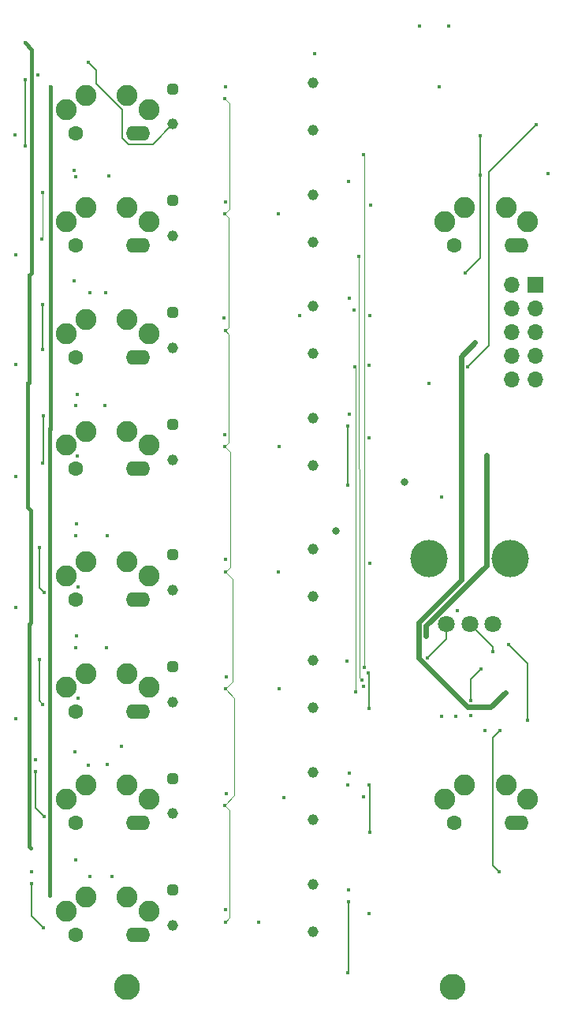
<source format=gbr>
%TF.GenerationSoftware,KiCad,Pcbnew,(6.0.1)*%
%TF.CreationDate,2023-02-18T17:41:42-08:00*%
%TF.ProjectId,pipes,70697065-732e-46b6-9963-61645f706362,rev?*%
%TF.SameCoordinates,Original*%
%TF.FileFunction,Copper,L3,Inr*%
%TF.FilePolarity,Positive*%
%FSLAX46Y46*%
G04 Gerber Fmt 4.6, Leading zero omitted, Abs format (unit mm)*
G04 Created by KiCad (PCBNEW (6.0.1)) date 2023-02-18 17:41:42*
%MOMM*%
%LPD*%
G01*
G04 APERTURE LIST*
G04 Aperture macros list*
%AMRoundRect*
0 Rectangle with rounded corners*
0 $1 Rounding radius*
0 $2 $3 $4 $5 $6 $7 $8 $9 X,Y pos of 4 corners*
0 Add a 4 corners polygon primitive as box body*
4,1,4,$2,$3,$4,$5,$6,$7,$8,$9,$2,$3,0*
0 Add four circle primitives for the rounded corners*
1,1,$1+$1,$2,$3*
1,1,$1+$1,$4,$5*
1,1,$1+$1,$6,$7*
1,1,$1+$1,$8,$9*
0 Add four rect primitives between the rounded corners*
20,1,$1+$1,$2,$3,$4,$5,0*
20,1,$1+$1,$4,$5,$6,$7,0*
20,1,$1+$1,$6,$7,$8,$9,0*
20,1,$1+$1,$8,$9,$2,$3,0*%
G04 Aperture macros list end*
%TA.AperFunction,ComponentPad*%
%ADD10RoundRect,0.287500X-0.287500X-0.287500X0.287500X-0.287500X0.287500X0.287500X-0.287500X0.287500X0*%
%TD*%
%TA.AperFunction,ComponentPad*%
%ADD11C,1.150000*%
%TD*%
%TA.AperFunction,WasherPad*%
%ADD12C,4.000000*%
%TD*%
%TA.AperFunction,ComponentPad*%
%ADD13C,1.800000*%
%TD*%
%TA.AperFunction,ComponentPad*%
%ADD14C,2.250000*%
%TD*%
%TA.AperFunction,ComponentPad*%
%ADD15O,2.600000X1.600000*%
%TD*%
%TA.AperFunction,ComponentPad*%
%ADD16C,1.600000*%
%TD*%
%TA.AperFunction,ComponentPad*%
%ADD17C,2.800000*%
%TD*%
%TA.AperFunction,ComponentPad*%
%ADD18R,1.700000X1.700000*%
%TD*%
%TA.AperFunction,ComponentPad*%
%ADD19O,1.700000X1.700000*%
%TD*%
%TA.AperFunction,ViaPad*%
%ADD20C,0.400000*%
%TD*%
%TA.AperFunction,ViaPad*%
%ADD21C,0.450000*%
%TD*%
%TA.AperFunction,ViaPad*%
%ADD22C,0.800000*%
%TD*%
%TA.AperFunction,Conductor*%
%ADD23C,0.200000*%
%TD*%
%TA.AperFunction,Conductor*%
%ADD24C,0.400000*%
%TD*%
%TA.AperFunction,Conductor*%
%ADD25C,0.120000*%
%TD*%
%TA.AperFunction,Conductor*%
%ADD26C,0.600000*%
%TD*%
G04 APERTURE END LIST*
D10*
%TO.N,Net-(U26-Pad1)*%
%TO.C,U26*%
X58170000Y-124600000D03*
D11*
%TO.N,Net-(R54-Pad1)*%
X58170000Y-128400000D03*
%TO.N,Net-(R59-Pad2)*%
X73170000Y-123960000D03*
%TO.N,Net-(R53-Pad2)*%
X73170000Y-129040000D03*
%TD*%
D10*
%TO.N,Net-(U27-Pad1)*%
%TO.C,U27*%
X58170000Y-86600000D03*
D11*
%TO.N,Net-(R56-Pad1)*%
X58170000Y-90400000D03*
%TO.N,Net-(R60-Pad2)*%
X73170000Y-85960000D03*
%TO.N,Net-(R55-Pad2)*%
X73170000Y-91040000D03*
%TD*%
D10*
%TO.N,Net-(U21-Pad1)*%
%TO.C,U21*%
X58170000Y-74600000D03*
D11*
%TO.N,Net-(R47-Pad1)*%
X58170000Y-78400000D03*
%TO.N,Net-(R51-Pad2)*%
X73170000Y-73960000D03*
%TO.N,Net-(R46-Pad2)*%
X73170000Y-79040000D03*
%TD*%
D10*
%TO.N,Net-(U22-Pad1)*%
%TO.C,U22*%
X58170000Y-50600000D03*
D11*
%TO.N,Net-(R49-Pad1)*%
X58170000Y-54400000D03*
%TO.N,Net-(R52-Pad2)*%
X73170000Y-49960000D03*
%TO.N,Net-(R48-Pad2)*%
X73170000Y-55040000D03*
%TD*%
D12*
%TO.N,*%
%TO.C,RV1*%
X94420000Y-101030000D03*
X85620000Y-101030000D03*
D13*
%TO.N,unconnected-(RV1-Pad1)*%
X92520000Y-108030000D03*
%TO.N,Net-(R68-Pad2)*%
X90020000Y-108030000D03*
%TO.N,Net-(R10-Pad1)*%
X87520000Y-108030000D03*
%TD*%
D10*
%TO.N,Net-(U20-Pad1)*%
%TO.C,U20*%
X58170000Y-112600000D03*
D11*
%TO.N,Net-(R45-Pad1)*%
X58170000Y-116400000D03*
%TO.N,Net-(R50-Pad2)*%
X73170000Y-111960000D03*
%TO.N,Net-(R44-Pad2)*%
X73170000Y-117040000D03*
%TD*%
D14*
%TO.N,GND*%
%TO.C,J9*%
X46670000Y-88850000D03*
%TO.N,Net-(J9-Pad2)*%
X55570000Y-88850000D03*
%TO.N,GND*%
X48820000Y-87350000D03*
X53270000Y-87350000D03*
D15*
%TO.N,N/C*%
X54410000Y-91400000D03*
D16*
X47730000Y-91400000D03*
%TD*%
D10*
%TO.N,Net-(U28-Pad1)*%
%TO.C,U28*%
X58170000Y-62600000D03*
D11*
%TO.N,Net-(R58-Pad1)*%
X58170000Y-66400000D03*
%TO.N,Net-(R61-Pad2)*%
X73170000Y-61960000D03*
%TO.N,Net-(R57-Pad2)*%
X73170000Y-67040000D03*
%TD*%
D10*
%TO.N,Net-(U33-Pad1)*%
%TO.C,U33*%
X58170000Y-100600000D03*
D11*
%TO.N,Net-(R65-Pad1)*%
X58170000Y-104400000D03*
%TO.N,Net-(R67-Pad2)*%
X73170000Y-99960000D03*
%TO.N,Net-(R64-Pad2)*%
X73170000Y-105040000D03*
%TD*%
D10*
%TO.N,Net-(U32-Pad1)*%
%TO.C,U32*%
X58170000Y-136600000D03*
D11*
%TO.N,Net-(R63-Pad1)*%
X58170000Y-140400000D03*
%TO.N,Net-(R66-Pad2)*%
X73170000Y-135960000D03*
%TO.N,Net-(R62-Pad2)*%
X73170000Y-141040000D03*
%TD*%
D14*
%TO.N,GND*%
%TO.C,J7*%
X46670000Y-52850000D03*
%TO.N,Net-(J7-Pad2)*%
X55570000Y-52850000D03*
%TO.N,GND*%
X48820000Y-51350000D03*
X53270000Y-51350000D03*
D15*
%TO.N,N/C*%
X54410000Y-55400000D03*
D16*
X47730000Y-55400000D03*
%TD*%
D14*
%TO.N,GND*%
%TO.C,J12*%
X46670000Y-102850000D03*
%TO.N,Net-(J12-Pad2)*%
X55570000Y-102850000D03*
%TO.N,GND*%
X48820000Y-101350000D03*
X53270000Y-101350000D03*
D15*
%TO.N,N/C*%
X54410000Y-105400000D03*
D16*
X47730000Y-105400000D03*
%TD*%
D14*
%TO.N,GND*%
%TO.C,J5*%
X46670000Y-114850000D03*
%TO.N,Net-(J5-Pad2)*%
X55570000Y-114850000D03*
%TO.N,GND*%
X48820000Y-113350000D03*
X53270000Y-113350000D03*
D15*
%TO.N,N/C*%
X54410000Y-117400000D03*
D16*
X47730000Y-117400000D03*
%TD*%
D14*
%TO.N,GND*%
%TO.C,J10*%
X46670000Y-64850000D03*
%TO.N,Net-(J10-Pad2)*%
X55570000Y-64850000D03*
%TO.N,GND*%
X48820000Y-63350000D03*
X53270000Y-63350000D03*
D15*
%TO.N,N/C*%
X54410000Y-67400000D03*
D16*
X47730000Y-67400000D03*
%TD*%
D14*
%TO.N,GND*%
%TO.C,J4*%
X87320000Y-126850000D03*
%TO.N,Net-(J4-Pad2)*%
X96220000Y-126850000D03*
%TO.N,GND*%
X89470000Y-125350000D03*
%TO.N,unconnected-(J4-Pad4)*%
X93920000Y-125350000D03*
D15*
%TO.N,N/C*%
X95060000Y-129400000D03*
D16*
X88380000Y-129400000D03*
%TD*%
D14*
%TO.N,GND*%
%TO.C,J11*%
X46670000Y-138850000D03*
%TO.N,Net-(J11-Pad2)*%
X55570000Y-138850000D03*
%TO.N,GND*%
X48820000Y-137350000D03*
X53270000Y-137350000D03*
D15*
%TO.N,N/C*%
X54410000Y-141400000D03*
D16*
X47730000Y-141400000D03*
%TD*%
D14*
%TO.N,GND*%
%TO.C,J1*%
X87320000Y-64850000D03*
%TO.N,Net-(J1-Pad2)*%
X96220000Y-64850000D03*
%TO.N,GND*%
X89470000Y-63350000D03*
X93920000Y-63350000D03*
D15*
%TO.N,N/C*%
X95060000Y-67400000D03*
D16*
X88380000Y-67400000D03*
%TD*%
D14*
%TO.N,GND*%
%TO.C,J8*%
X46670000Y-126850000D03*
%TO.N,Net-(J8-Pad2)*%
X55570000Y-126850000D03*
%TO.N,GND*%
X48820000Y-125350000D03*
X53270000Y-125350000D03*
D15*
%TO.N,N/C*%
X54410000Y-129400000D03*
D16*
X47730000Y-129400000D03*
%TD*%
D14*
%TO.N,GND*%
%TO.C,J6*%
X46670000Y-76850000D03*
%TO.N,Net-(J6-Pad2)*%
X55570000Y-76850000D03*
%TO.N,GND*%
X48820000Y-75350000D03*
X53270000Y-75350000D03*
D15*
%TO.N,N/C*%
X54410000Y-79400000D03*
D16*
X47730000Y-79400000D03*
%TD*%
D17*
%TO.N,GND*%
%TO.C,TP1*%
X88170000Y-146950000D03*
%TD*%
%TO.N,GND*%
%TO.C,TP2*%
X53230000Y-146950000D03*
%TD*%
D18*
%TO.N,Net-(D3-Pad1)*%
%TO.C,J2*%
X97085000Y-71635000D03*
D19*
X94545000Y-71635000D03*
%TO.N,GND*%
X97085000Y-74175000D03*
X94545000Y-74175000D03*
X97085000Y-76715000D03*
X94545000Y-76715000D03*
X97085000Y-79255000D03*
X94545000Y-79255000D03*
%TO.N,Net-(D4-Pad2)*%
X97085000Y-81795000D03*
X94545000Y-81795000D03*
%TD*%
D20*
%TO.N,+12V*%
X85660000Y-82240000D03*
%TO.N,Net-(U16-Pad3)*%
X79225000Y-139075000D03*
%TO.N,{slash}8*%
X76975000Y-145425000D03*
X76995000Y-137805000D03*
%TO.N,Net-(U16-Pad3)*%
X67405000Y-140005000D03*
%TO.N,Net-(U12-Pad3)*%
X70046891Y-126646891D03*
X78600000Y-126575000D03*
%TO.N,{slash}7*%
X79195000Y-125305000D03*
X76895000Y-125305000D03*
X79300000Y-130400000D03*
%TO.N,Net-(U4-Pad3)*%
X78600000Y-114700000D03*
X69575000Y-115025000D03*
%TO.N,{slash}6*%
X79175000Y-113325000D03*
X79235000Y-117135000D03*
%TO.N,Net-(U17-Pad3)*%
X69475000Y-102425000D03*
X79305000Y-101495000D03*
%TO.N,Net-(U10-Pad3)*%
X69575000Y-89025000D03*
X79205000Y-88095000D03*
%TO.N,{slash}4*%
X76975000Y-93175000D03*
X76975000Y-86825000D03*
%TO.N,Net-(U5-Pad3)*%
X71775480Y-74924520D03*
X79275480Y-74924520D03*
%TO.N,{slash}3*%
X79200000Y-80300000D03*
X77575000Y-74325000D03*
%TO.N,Net-(J9-Pad2)*%
X50900000Y-84590000D03*
%TO.N,Net-(R56-Pad1)*%
X47720000Y-84590000D03*
%TO.N,Net-(U27-Pad1)*%
X47860000Y-83440000D03*
%TO.N,-12V*%
X47860000Y-89990000D03*
X44950000Y-90530000D03*
%TO.N,Net-(J12-Pad2)*%
X51080000Y-98580000D03*
%TO.N,Net-(R65-Pad1)*%
X47705000Y-98585000D03*
%TO.N,Net-(U33-Pad1)*%
X47825000Y-97315000D03*
%TO.N,-12V*%
X47950000Y-104030000D03*
X44940000Y-104470000D03*
%TO.N,Net-(R50-Pad2)*%
X44140000Y-116640000D03*
%TO.N,Net-(R45-Pad1)*%
X47730000Y-110600000D03*
%TO.N,Net-(J5-Pad2)*%
X51050000Y-110600000D03*
%TO.N,Net-(U20-Pad1)*%
X47785000Y-109315000D03*
%TO.N,-12V*%
X44960000Y-116460000D03*
X48010000Y-116030000D03*
%TO.N,Net-(J8-Pad2)*%
X51150000Y-123150000D03*
%TO.N,Net-(R54-Pad1)*%
X49100000Y-123180000D03*
%TO.N,Net-(U26-Pad1)*%
X47630000Y-121790000D03*
%TO.N,-12V*%
X44940000Y-121180000D03*
X52600000Y-121170000D03*
%TO.N,Net-(R63-Pad1)*%
X49220000Y-135140000D03*
%TO.N,Net-(J11-Pad2)*%
X51580000Y-135150000D03*
%TO.N,Net-(U32-Pad1)*%
X47715000Y-133345000D03*
%TO.N,Net-(R59-Pad2)*%
X44340000Y-128700000D03*
X43415000Y-123895000D03*
%TO.N,Net-(R66-Pad2)*%
X44280000Y-140650000D03*
X42990000Y-135880000D03*
%TO.N,VCO7*%
X43445000Y-122625000D03*
%TO.N,VCO8*%
X93175000Y-134615000D03*
%TO.N,VCO7*%
X91700000Y-119490000D03*
%TO.N,VCO8*%
X93280000Y-119490000D03*
X42965000Y-134615000D03*
%TO.N,VCO4*%
X86990000Y-117920000D03*
X87030000Y-94400000D03*
%TO.N,VCO5*%
X88680480Y-106569520D03*
X41270000Y-106300000D03*
X88570000Y-117920000D03*
%TO.N,VCO6*%
X90160000Y-117900000D03*
X41320000Y-118240000D03*
%TO.N,VCO4*%
X41280000Y-92220000D03*
%TO.N,Clk*%
X87780000Y-43880000D03*
D21*
%TO.N,VCO3*%
X77665000Y-80475000D03*
X41310000Y-80200000D03*
X77795480Y-115305480D03*
%TO.N,-12V*%
X44980000Y-81310000D03*
D20*
%TO.N,Net-(R50-Pad2)*%
X43795000Y-111855000D03*
%TO.N,Net-(R67-Pad2)*%
X44330000Y-104680000D03*
X43815000Y-99855000D03*
%TO.N,Net-(R60-Pad2)*%
X44210000Y-90760000D03*
X44260000Y-85720000D03*
%TO.N,Net-(R51-Pad2)*%
X44140000Y-78570000D03*
X44140000Y-73750000D03*
%TO.N,Net-(R47-Pad1)*%
X49220000Y-72520000D03*
%TO.N,Net-(J6-Pad2)*%
X50970000Y-72520000D03*
%TO.N,Net-(U21-Pad1)*%
X47593000Y-71247000D03*
%TO.N,VCO2*%
X78160479Y-68569521D03*
X41250000Y-68430000D03*
X78425480Y-114035480D03*
%TO.N,Net-(R61-Pad2)*%
X44120000Y-66750000D03*
X44180000Y-61760000D03*
%TO.N,Clk*%
X63715000Y-51645000D03*
X63755000Y-64025000D03*
X63775000Y-76525000D03*
X63735000Y-89025000D03*
X63775000Y-102425000D03*
X63795000Y-115025000D03*
X63715000Y-127505000D03*
X63805000Y-140005000D03*
%TO.N,VCO1*%
X78630000Y-57670000D03*
X41240000Y-55580000D03*
X78700000Y-112690000D03*
%TO.N,Net-(R58-Pad1)*%
X47707500Y-60047500D03*
%TO.N,Net-(J10-Pad2)*%
X51270000Y-59960000D03*
%TO.N,Net-(U28-Pad1)*%
X47585000Y-59355000D03*
D21*
%TO.N,Net-(R49-Pad1)*%
X49121069Y-47778931D03*
%TO.N,Net-(R52-Pad2)*%
X42339511Y-56740489D03*
X42310359Y-49629641D03*
%TO.N,-12V*%
X44940000Y-137160000D03*
X44940000Y-125220000D03*
X44940000Y-113130000D03*
X44940000Y-101130000D03*
X44950000Y-87110000D03*
X44980000Y-75060000D03*
X44985000Y-63185000D03*
X44985000Y-50355000D03*
%TO.N,Net-(R52-Pad2)*%
X43670000Y-49090000D03*
%TO.N,+12V*%
X42740000Y-120090000D03*
X42985000Y-59355000D03*
X42692520Y-70647480D03*
X42550000Y-82240000D03*
X42900000Y-95870000D03*
X42690000Y-108120000D03*
X42860000Y-132050000D03*
X42295000Y-45675000D03*
%TO.N,-12V*%
X90600000Y-77820000D03*
X93845000Y-115405000D03*
%TO.N,+12V*%
X91820000Y-89960000D03*
D20*
X85347500Y-109277500D03*
%TO.N,Net-(R10-Pad1)*%
X85495000Y-111665000D03*
%TO.N,Net-(R68-Pad2)*%
X92485000Y-111035000D03*
%TO.N,Net-(C13-Pad1)*%
X96220000Y-118350000D03*
X94173750Y-110266250D03*
%TO.N,Net-(R10-Pad1)*%
X91230000Y-112890000D03*
X90140000Y-116240000D03*
%TO.N,Net-(U11-Pad3)*%
X69450000Y-64030000D03*
X79395000Y-63095000D03*
D21*
%TO.N,+12V*%
X86775000Y-50415000D03*
X97170000Y-54480000D03*
X89827500Y-80447500D03*
%TO.N,-12V*%
X91151250Y-59848750D03*
X98430000Y-59730000D03*
X91151250Y-55661250D03*
X89592500Y-70327500D03*
D20*
%TO.N,+5V*%
X73407500Y-46802500D03*
X84670000Y-43880000D03*
X77115000Y-73055000D03*
X77115000Y-85555000D03*
X76850000Y-112040000D03*
X77075000Y-124035000D03*
X77030000Y-136550000D03*
X63815000Y-138705000D03*
X63885000Y-126205000D03*
X63925000Y-113725000D03*
X63835000Y-101125000D03*
X63720000Y-87740000D03*
X63675000Y-75225000D03*
X76995000Y-60555000D03*
X63785000Y-62725000D03*
X63805000Y-50345000D03*
D22*
X75640000Y-98030000D03*
X83050000Y-92760000D03*
%TD*%
D23*
%TO.N,{slash}8*%
X76995000Y-137805000D02*
X76995000Y-145405000D01*
X76995000Y-145405000D02*
X76975000Y-145425000D01*
%TO.N,{slash}7*%
X79300000Y-125410000D02*
X79195000Y-125305000D01*
X79300000Y-130400000D02*
X79300000Y-125410000D01*
%TO.N,{slash}6*%
X79235000Y-113385000D02*
X79235000Y-117135000D01*
X79175000Y-113325000D02*
X79235000Y-113385000D01*
%TO.N,{slash}4*%
X76975000Y-86825000D02*
X76975000Y-93175000D01*
D24*
%TO.N,-12V*%
X44950000Y-90530000D02*
X44950000Y-101150000D01*
X44940000Y-104470000D02*
X44940000Y-113130000D01*
X44960000Y-116460000D02*
X44940000Y-121180000D01*
X44940000Y-113130000D02*
X44960000Y-116460000D01*
D23*
%TO.N,Net-(R50-Pad2)*%
X43795000Y-116295000D02*
X44140000Y-116640000D01*
X43795000Y-111855000D02*
X43795000Y-116295000D01*
D24*
%TO.N,-12V*%
X44940000Y-121180000D02*
X44940000Y-125220000D01*
D23*
%TO.N,Net-(R59-Pad2)*%
X43415000Y-127775000D02*
X44340000Y-128700000D01*
X43415000Y-123895000D02*
X43415000Y-127775000D01*
%TO.N,Net-(R66-Pad2)*%
X42990000Y-139360000D02*
X44280000Y-140650000D01*
X42990000Y-135880000D02*
X42990000Y-139360000D01*
%TO.N,VCO8*%
X92495489Y-133935489D02*
X93175000Y-134615000D01*
X92495489Y-120274511D02*
X92495489Y-133935489D01*
X93280000Y-119490000D02*
X92495489Y-120274511D01*
D25*
%TO.N,VCO3*%
X77665000Y-80475000D02*
X77795480Y-80605480D01*
X77795480Y-80605480D02*
X77795480Y-115305480D01*
D24*
%TO.N,-12V*%
X44980000Y-81310000D02*
X44980000Y-87120000D01*
D23*
%TO.N,Net-(R60-Pad2)*%
X44260000Y-85720000D02*
X44260000Y-90710000D01*
X44260000Y-90710000D02*
X44210000Y-90760000D01*
%TO.N,Net-(R51-Pad2)*%
X44140000Y-73750000D02*
X44140000Y-78570000D01*
D25*
%TO.N,Net-(R61-Pad2)*%
X44180000Y-66690000D02*
X44120000Y-66750000D01*
X44180000Y-61760000D02*
X44180000Y-66690000D01*
D23*
%TO.N,Net-(R67-Pad2)*%
X43815000Y-104165000D02*
X44330000Y-104680000D01*
X43815000Y-99855000D02*
X43815000Y-104165000D01*
D25*
%TO.N,VCO2*%
X78170489Y-113780489D02*
X78160479Y-68569521D01*
X78425480Y-114035480D02*
X78170489Y-113780489D01*
%TO.N,Clk*%
X64274511Y-139535489D02*
X63805000Y-140005000D01*
X64274511Y-128064511D02*
X64274511Y-139535489D01*
X63715000Y-127505000D02*
X64274511Y-128064511D01*
X64770000Y-126450000D02*
X63715000Y-127505000D01*
X64770000Y-116000000D02*
X64770000Y-126450000D01*
X63795000Y-115025000D02*
X64770000Y-116000000D01*
X64590000Y-114230000D02*
X63795000Y-115025000D01*
X64590000Y-103240000D02*
X64590000Y-114230000D01*
X63775000Y-102425000D02*
X64590000Y-103240000D01*
X64294511Y-101905489D02*
X63775000Y-102425000D01*
X63735000Y-89025000D02*
X64294511Y-89584511D01*
X64294511Y-89584511D02*
X64294511Y-101905489D01*
X64179511Y-88580489D02*
X63735000Y-89025000D01*
X64179511Y-76929511D02*
X64179511Y-88580489D01*
X63775000Y-76525000D02*
X64179511Y-76929511D01*
X64134511Y-76165489D02*
X63775000Y-76525000D01*
X64134511Y-64404511D02*
X64134511Y-76165489D01*
X63755000Y-64025000D02*
X64134511Y-64404511D01*
X64244511Y-63535489D02*
X63755000Y-64025000D01*
X64244511Y-52174511D02*
X64244511Y-63535489D01*
X63715000Y-51645000D02*
X64244511Y-52174511D01*
%TO.N,VCO1*%
X78700000Y-112690000D02*
X78700000Y-57740000D01*
X78700000Y-57740000D02*
X78630000Y-57670000D01*
D23*
%TO.N,Net-(R49-Pad1)*%
X49121069Y-47778931D02*
X49920480Y-48578342D01*
%TO.N,Net-(R52-Pad2)*%
X42310359Y-56711337D02*
X42339511Y-56740489D01*
X42310359Y-49629641D02*
X42310359Y-56711337D01*
D24*
%TO.N,-12V*%
X44940000Y-125220000D02*
X44940000Y-137160000D01*
X44940000Y-101130000D02*
X44940000Y-104470000D01*
X44950000Y-87110000D02*
X44950000Y-90530000D01*
X44980000Y-75060000D02*
X44980000Y-81310000D01*
X44985000Y-63185000D02*
X44985000Y-75065000D01*
X44985000Y-50355000D02*
X44985000Y-63185000D01*
D23*
%TO.N,Net-(R49-Pad1)*%
X52740480Y-55884431D02*
X53425569Y-56569520D01*
X56000480Y-56569520D02*
X58170000Y-54400000D01*
X52740480Y-52840480D02*
X52740480Y-55884431D01*
X49920480Y-48578342D02*
X49920480Y-50020480D01*
X53425569Y-56569520D02*
X56000480Y-56569520D01*
X49920480Y-50020480D02*
X52740480Y-52840480D01*
D24*
%TO.N,+12V*%
X42740000Y-131930000D02*
X42860000Y-132050000D01*
X42740000Y-120090000D02*
X42740000Y-131930000D01*
X42690000Y-120040000D02*
X42740000Y-120090000D01*
X42690000Y-108120000D02*
X42690000Y-120040000D01*
X42900000Y-95870000D02*
X42900000Y-107910000D01*
X42900000Y-107910000D02*
X42690000Y-108120000D01*
X42550000Y-95520000D02*
X42900000Y-95870000D01*
X42550000Y-82240000D02*
X42550000Y-95520000D01*
X42692520Y-82097480D02*
X42550000Y-82240000D01*
X42692520Y-70647480D02*
X42692520Y-82097480D01*
X42985000Y-59355000D02*
X42985000Y-70355000D01*
X42985000Y-70355000D02*
X42692520Y-70647480D01*
X42985000Y-46365000D02*
X42985000Y-59355000D01*
X42295000Y-45675000D02*
X42985000Y-46365000D01*
D26*
%TO.N,-12V*%
X84547980Y-107892119D02*
X84547980Y-111707239D01*
X89102989Y-103337110D02*
X84547980Y-107892119D01*
X84547980Y-111707239D02*
X89810741Y-116970000D01*
X89810741Y-116970000D02*
X92280000Y-116970000D01*
X89102989Y-79317011D02*
X89102989Y-103337110D01*
X90600000Y-77820000D02*
X89102989Y-79317011D01*
X92280000Y-116970000D02*
X93845000Y-115405000D01*
%TO.N,+12V*%
X85347500Y-108223291D02*
X85347500Y-109277500D01*
X91820000Y-101750791D02*
X85347500Y-108223291D01*
X91820000Y-89960000D02*
X91820000Y-101750791D01*
D23*
%TO.N,Net-(R10-Pad1)*%
X87520000Y-109640000D02*
X87520000Y-108030000D01*
X85495000Y-111665000D02*
X87520000Y-109640000D01*
%TO.N,Net-(R68-Pad2)*%
X92485000Y-110495000D02*
X90020000Y-108030000D01*
X92485000Y-111035000D02*
X92485000Y-110495000D01*
%TO.N,Net-(C13-Pad1)*%
X96220000Y-112312500D02*
X94173750Y-110266250D01*
X96220000Y-118350000D02*
X96220000Y-112312500D01*
%TO.N,Net-(R10-Pad1)*%
X90140000Y-113980000D02*
X91230000Y-112890000D01*
X90140000Y-116240000D02*
X90140000Y-113980000D01*
%TO.N,+12V*%
X92110000Y-59540000D02*
X92110000Y-78165000D01*
X97170000Y-54480000D02*
X92110000Y-59540000D01*
X92110000Y-78165000D02*
X89827500Y-80447500D01*
%TO.N,-12V*%
X91151250Y-59848750D02*
X91151250Y-68768750D01*
X91151250Y-68768750D02*
X89592500Y-70327500D01*
X91151250Y-55661250D02*
X91151250Y-59848750D01*
%TD*%
M02*

</source>
